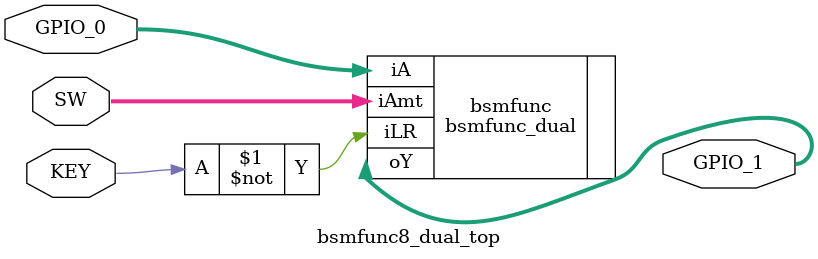
<source format=v>
module bsmfunc8_dual_top
	(
		input wire [7:0] GPIO_0,
		input wire [2:0] SW,
		input wire [0:0] KEY,
		output wire [7:0] GPIO_1
	);

	// 48 logic elements used
	// 14.86 ns worst case propagation delay
	bsmfunc_dual #(.N(8)) bsmfunc
		(.iA(GPIO_0), .iAmt(SW), .iLR(~KEY), .oY(GPIO_1));

endmodule

</source>
